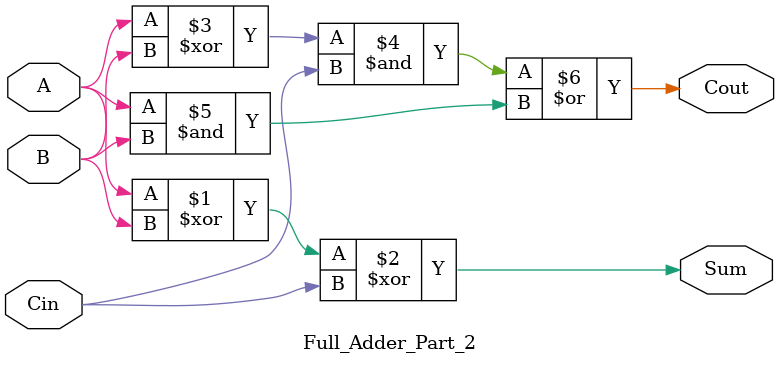
<source format=v>
module Full_Adder_Part_2(A,B,Cin,Sum,Cout);

input A,B,Cin;
output Sum, Cout;

assign Sum = A^B^Cin;
assign Cout = ((A^B) & Cin) | (A&B);

endmodule 
</source>
